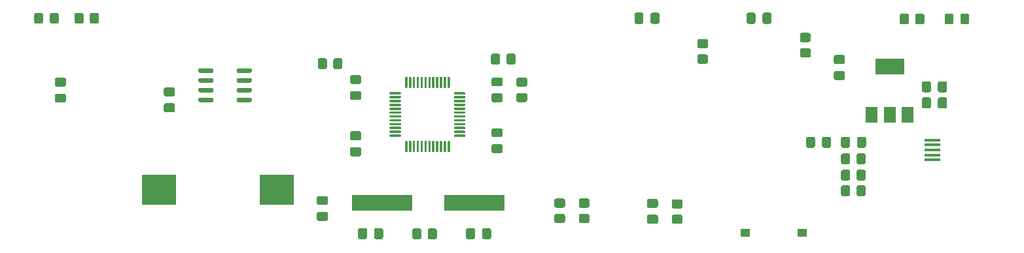
<source format=gtp>
%TF.GenerationSoftware,KiCad,Pcbnew,(5.1.9)-1*%
%TF.CreationDate,2020-12-28T18:37:18+08:00*%
%TF.ProjectId,kaika_clock_main,6b61696b-615f-4636-9c6f-636b5f6d6169,rev?*%
%TF.SameCoordinates,Original*%
%TF.FileFunction,Paste,Top*%
%TF.FilePolarity,Positive*%
%FSLAX46Y46*%
G04 Gerber Fmt 4.6, Leading zero omitted, Abs format (unit mm)*
G04 Created by KiCad (PCBNEW (5.1.9)-1) date 2020-12-28 18:37:18*
%MOMM*%
%LPD*%
G01*
G04 APERTURE LIST*
%ADD10R,1.999996X0.450012*%
%ADD11R,1.199998X0.999998*%
%ADD12R,4.499991X3.999992*%
%ADD13R,1.500000X2.000000*%
%ADD14R,3.800000X2.000000*%
%ADD15R,7.875000X2.000000*%
G04 APERTURE END LIST*
%TO.C,R13*%
G36*
G01*
X211800000Y-123349999D02*
X211800000Y-124250001D01*
G75*
G02*
X211550001Y-124500000I-249999J0D01*
G01*
X210849999Y-124500000D01*
G75*
G02*
X210600000Y-124250001I0J249999D01*
G01*
X210600000Y-123349999D01*
G75*
G02*
X210849999Y-123100000I249999J0D01*
G01*
X211550001Y-123100000D01*
G75*
G02*
X211800000Y-123349999I0J-249999D01*
G01*
G37*
G36*
G01*
X213800000Y-123349999D02*
X213800000Y-124250001D01*
G75*
G02*
X213550001Y-124500000I-249999J0D01*
G01*
X212849999Y-124500000D01*
G75*
G02*
X212600000Y-124250001I0J249999D01*
G01*
X212600000Y-123349999D01*
G75*
G02*
X212849999Y-123100000I249999J0D01*
G01*
X213550001Y-123100000D01*
G75*
G02*
X213800000Y-123349999I0J-249999D01*
G01*
G37*
%TD*%
%TO.C,C17*%
G36*
G01*
X143975000Y-125650000D02*
X143025000Y-125650000D01*
G75*
G02*
X142775000Y-125400000I0J250000D01*
G01*
X142775000Y-124725000D01*
G75*
G02*
X143025000Y-124475000I250000J0D01*
G01*
X143975000Y-124475000D01*
G75*
G02*
X144225000Y-124725000I0J-250000D01*
G01*
X144225000Y-125400000D01*
G75*
G02*
X143975000Y-125650000I-250000J0D01*
G01*
G37*
G36*
G01*
X143975000Y-127725000D02*
X143025000Y-127725000D01*
G75*
G02*
X142775000Y-127475000I0J250000D01*
G01*
X142775000Y-126800000D01*
G75*
G02*
X143025000Y-126550000I250000J0D01*
G01*
X143975000Y-126550000D01*
G75*
G02*
X144225000Y-126800000I0J-250000D01*
G01*
X144225000Y-127475000D01*
G75*
G02*
X143975000Y-127725000I-250000J0D01*
G01*
G37*
%TD*%
%TO.C,C16*%
G36*
G01*
X123225000Y-112450000D02*
X124175000Y-112450000D01*
G75*
G02*
X124425000Y-112700000I0J-250000D01*
G01*
X124425000Y-113375000D01*
G75*
G02*
X124175000Y-113625000I-250000J0D01*
G01*
X123225000Y-113625000D01*
G75*
G02*
X122975000Y-113375000I0J250000D01*
G01*
X122975000Y-112700000D01*
G75*
G02*
X123225000Y-112450000I250000J0D01*
G01*
G37*
G36*
G01*
X123225000Y-110375000D02*
X124175000Y-110375000D01*
G75*
G02*
X124425000Y-110625000I0J-250000D01*
G01*
X124425000Y-111300000D01*
G75*
G02*
X124175000Y-111550000I-250000J0D01*
G01*
X123225000Y-111550000D01*
G75*
G02*
X122975000Y-111300000I0J250000D01*
G01*
X122975000Y-110625000D01*
G75*
G02*
X123225000Y-110375000I250000J0D01*
G01*
G37*
%TD*%
D10*
%TO.C,P1*%
X222392586Y-119810386D03*
X222392586Y-119160400D03*
X222392586Y-118510414D03*
X222392586Y-117860428D03*
X222392586Y-117210442D03*
%TD*%
%TO.C,C1*%
G36*
G01*
X223150000Y-110775000D02*
X223150000Y-109825000D01*
G75*
G02*
X223400000Y-109575000I250000J0D01*
G01*
X224075000Y-109575000D01*
G75*
G02*
X224325000Y-109825000I0J-250000D01*
G01*
X224325000Y-110775000D01*
G75*
G02*
X224075000Y-111025000I-250000J0D01*
G01*
X223400000Y-111025000D01*
G75*
G02*
X223150000Y-110775000I0J250000D01*
G01*
G37*
G36*
G01*
X221075000Y-110775000D02*
X221075000Y-109825000D01*
G75*
G02*
X221325000Y-109575000I250000J0D01*
G01*
X222000000Y-109575000D01*
G75*
G02*
X222250000Y-109825000I0J-250000D01*
G01*
X222250000Y-110775000D01*
G75*
G02*
X222000000Y-111025000I-250000J0D01*
G01*
X221325000Y-111025000D01*
G75*
G02*
X221075000Y-110775000I0J250000D01*
G01*
G37*
%TD*%
%TO.C,D2*%
G36*
G01*
X108250000Y-101850001D02*
X108250000Y-100949999D01*
G75*
G02*
X108499999Y-100700000I249999J0D01*
G01*
X109150001Y-100700000D01*
G75*
G02*
X109400000Y-100949999I0J-249999D01*
G01*
X109400000Y-101850001D01*
G75*
G02*
X109150001Y-102100000I-249999J0D01*
G01*
X108499999Y-102100000D01*
G75*
G02*
X108250000Y-101850001I0J249999D01*
G01*
G37*
G36*
G01*
X106200000Y-101850001D02*
X106200000Y-100949999D01*
G75*
G02*
X106449999Y-100700000I249999J0D01*
G01*
X107100001Y-100700000D01*
G75*
G02*
X107350000Y-100949999I0J-249999D01*
G01*
X107350000Y-101850001D01*
G75*
G02*
X107100001Y-102100000I-249999J0D01*
G01*
X106449999Y-102100000D01*
G75*
G02*
X106200000Y-101850001I0J249999D01*
G01*
G37*
%TD*%
%TO.C,R15*%
G36*
G01*
X113400000Y-101850001D02*
X113400000Y-100949999D01*
G75*
G02*
X113649999Y-100700000I249999J0D01*
G01*
X114350001Y-100700000D01*
G75*
G02*
X114600000Y-100949999I0J-249999D01*
G01*
X114600000Y-101850001D01*
G75*
G02*
X114350001Y-102100000I-249999J0D01*
G01*
X113649999Y-102100000D01*
G75*
G02*
X113400000Y-101850001I0J249999D01*
G01*
G37*
G36*
G01*
X111400000Y-101850001D02*
X111400000Y-100949999D01*
G75*
G02*
X111649999Y-100700000I249999J0D01*
G01*
X112350001Y-100700000D01*
G75*
G02*
X112600000Y-100949999I0J-249999D01*
G01*
X112600000Y-101850001D01*
G75*
G02*
X112350001Y-102100000I-249999J0D01*
G01*
X111649999Y-102100000D01*
G75*
G02*
X111400000Y-101850001I0J249999D01*
G01*
G37*
%TD*%
%TO.C,R14*%
G36*
G01*
X211800000Y-121325683D02*
X211800000Y-122225685D01*
G75*
G02*
X211550001Y-122475684I-249999J0D01*
G01*
X210849999Y-122475684D01*
G75*
G02*
X210600000Y-122225685I0J249999D01*
G01*
X210600000Y-121325683D01*
G75*
G02*
X210849999Y-121075684I249999J0D01*
G01*
X211550001Y-121075684D01*
G75*
G02*
X211800000Y-121325683I0J-249999D01*
G01*
G37*
G36*
G01*
X213800000Y-121325683D02*
X213800000Y-122225685D01*
G75*
G02*
X213550001Y-122475684I-249999J0D01*
G01*
X212849999Y-122475684D01*
G75*
G02*
X212600000Y-122225685I0J249999D01*
G01*
X212600000Y-121325683D01*
G75*
G02*
X212849999Y-121075684I249999J0D01*
G01*
X213550001Y-121075684D01*
G75*
G02*
X213800000Y-121325683I0J-249999D01*
G01*
G37*
%TD*%
%TO.C,R12*%
G36*
G01*
X211800000Y-119201369D02*
X211800000Y-120101371D01*
G75*
G02*
X211550001Y-120351370I-249999J0D01*
G01*
X210849999Y-120351370D01*
G75*
G02*
X210600000Y-120101371I0J249999D01*
G01*
X210600000Y-119201369D01*
G75*
G02*
X210849999Y-118951370I249999J0D01*
G01*
X211550001Y-118951370D01*
G75*
G02*
X211800000Y-119201369I0J-249999D01*
G01*
G37*
G36*
G01*
X213800000Y-119201369D02*
X213800000Y-120101371D01*
G75*
G02*
X213550001Y-120351370I-249999J0D01*
G01*
X212849999Y-120351370D01*
G75*
G02*
X212600000Y-120101371I0J249999D01*
G01*
X212600000Y-119201369D01*
G75*
G02*
X212849999Y-118951370I249999J0D01*
G01*
X213550001Y-118951370D01*
G75*
G02*
X213800000Y-119201369I0J-249999D01*
G01*
G37*
%TD*%
%TO.C,R10*%
G36*
G01*
X205549999Y-105300000D02*
X206450001Y-105300000D01*
G75*
G02*
X206700000Y-105549999I0J-249999D01*
G01*
X206700000Y-106250001D01*
G75*
G02*
X206450001Y-106500000I-249999J0D01*
G01*
X205549999Y-106500000D01*
G75*
G02*
X205300000Y-106250001I0J249999D01*
G01*
X205300000Y-105549999D01*
G75*
G02*
X205549999Y-105300000I249999J0D01*
G01*
G37*
G36*
G01*
X205549999Y-103300000D02*
X206450001Y-103300000D01*
G75*
G02*
X206700000Y-103549999I0J-249999D01*
G01*
X206700000Y-104250001D01*
G75*
G02*
X206450001Y-104500000I-249999J0D01*
G01*
X205549999Y-104500000D01*
G75*
G02*
X205300000Y-104250001I0J249999D01*
G01*
X205300000Y-103549999D01*
G75*
G02*
X205549999Y-103300000I249999J0D01*
G01*
G37*
%TD*%
%TO.C,R11*%
G36*
G01*
X192249999Y-106100000D02*
X193150001Y-106100000D01*
G75*
G02*
X193400000Y-106349999I0J-249999D01*
G01*
X193400000Y-107050001D01*
G75*
G02*
X193150001Y-107300000I-249999J0D01*
G01*
X192249999Y-107300000D01*
G75*
G02*
X192000000Y-107050001I0J249999D01*
G01*
X192000000Y-106349999D01*
G75*
G02*
X192249999Y-106100000I249999J0D01*
G01*
G37*
G36*
G01*
X192249999Y-104100000D02*
X193150001Y-104100000D01*
G75*
G02*
X193400000Y-104349999I0J-249999D01*
G01*
X193400000Y-105050001D01*
G75*
G02*
X193150001Y-105300000I-249999J0D01*
G01*
X192249999Y-105300000D01*
G75*
G02*
X192000000Y-105050001I0J249999D01*
G01*
X192000000Y-104349999D01*
G75*
G02*
X192249999Y-104100000I249999J0D01*
G01*
G37*
%TD*%
%TO.C,C15*%
G36*
G01*
X185950000Y-101875000D02*
X185950000Y-100925000D01*
G75*
G02*
X186200000Y-100675000I250000J0D01*
G01*
X186875000Y-100675000D01*
G75*
G02*
X187125000Y-100925000I0J-250000D01*
G01*
X187125000Y-101875000D01*
G75*
G02*
X186875000Y-102125000I-250000J0D01*
G01*
X186200000Y-102125000D01*
G75*
G02*
X185950000Y-101875000I0J250000D01*
G01*
G37*
G36*
G01*
X183875000Y-101875000D02*
X183875000Y-100925000D01*
G75*
G02*
X184125000Y-100675000I250000J0D01*
G01*
X184800000Y-100675000D01*
G75*
G02*
X185050000Y-100925000I0J-250000D01*
G01*
X185050000Y-101875000D01*
G75*
G02*
X184800000Y-102125000I-250000J0D01*
G01*
X184125000Y-102125000D01*
G75*
G02*
X183875000Y-101875000I0J250000D01*
G01*
G37*
%TD*%
%TO.C,C14*%
G36*
G01*
X200450000Y-101875000D02*
X200450000Y-100925000D01*
G75*
G02*
X200700000Y-100675000I250000J0D01*
G01*
X201375000Y-100675000D01*
G75*
G02*
X201625000Y-100925000I0J-250000D01*
G01*
X201625000Y-101875000D01*
G75*
G02*
X201375000Y-102125000I-250000J0D01*
G01*
X200700000Y-102125000D01*
G75*
G02*
X200450000Y-101875000I0J250000D01*
G01*
G37*
G36*
G01*
X198375000Y-101875000D02*
X198375000Y-100925000D01*
G75*
G02*
X198625000Y-100675000I250000J0D01*
G01*
X199300000Y-100675000D01*
G75*
G02*
X199550000Y-100925000I0J-250000D01*
G01*
X199550000Y-101875000D01*
G75*
G02*
X199300000Y-102125000I-250000J0D01*
G01*
X198625000Y-102125000D01*
G75*
G02*
X198375000Y-101875000I0J250000D01*
G01*
G37*
%TD*%
%TO.C,R9*%
G36*
G01*
X166500000Y-106249999D02*
X166500000Y-107150001D01*
G75*
G02*
X166250001Y-107400000I-249999J0D01*
G01*
X165549999Y-107400000D01*
G75*
G02*
X165300000Y-107150001I0J249999D01*
G01*
X165300000Y-106249999D01*
G75*
G02*
X165549999Y-106000000I249999J0D01*
G01*
X166250001Y-106000000D01*
G75*
G02*
X166500000Y-106249999I0J-249999D01*
G01*
G37*
G36*
G01*
X168500000Y-106249999D02*
X168500000Y-107150001D01*
G75*
G02*
X168250001Y-107400000I-249999J0D01*
G01*
X167549999Y-107400000D01*
G75*
G02*
X167300000Y-107150001I0J249999D01*
G01*
X167300000Y-106249999D01*
G75*
G02*
X167549999Y-106000000I249999J0D01*
G01*
X168250001Y-106000000D01*
G75*
G02*
X168500000Y-106249999I0J-249999D01*
G01*
G37*
%TD*%
%TO.C,R8*%
G36*
G01*
X144100000Y-106849999D02*
X144100000Y-107750001D01*
G75*
G02*
X143850001Y-108000000I-249999J0D01*
G01*
X143149999Y-108000000D01*
G75*
G02*
X142900000Y-107750001I0J249999D01*
G01*
X142900000Y-106849999D01*
G75*
G02*
X143149999Y-106600000I249999J0D01*
G01*
X143850001Y-106600000D01*
G75*
G02*
X144100000Y-106849999I0J-249999D01*
G01*
G37*
G36*
G01*
X146100000Y-106849999D02*
X146100000Y-107750001D01*
G75*
G02*
X145850001Y-108000000I-249999J0D01*
G01*
X145149999Y-108000000D01*
G75*
G02*
X144900000Y-107750001I0J249999D01*
G01*
X144900000Y-106849999D01*
G75*
G02*
X145149999Y-106600000I249999J0D01*
G01*
X145850001Y-106600000D01*
G75*
G02*
X146100000Y-106849999I0J-249999D01*
G01*
G37*
%TD*%
%TO.C,R7*%
G36*
G01*
X168849999Y-111100000D02*
X169750001Y-111100000D01*
G75*
G02*
X170000000Y-111349999I0J-249999D01*
G01*
X170000000Y-112050001D01*
G75*
G02*
X169750001Y-112300000I-249999J0D01*
G01*
X168849999Y-112300000D01*
G75*
G02*
X168600000Y-112050001I0J249999D01*
G01*
X168600000Y-111349999D01*
G75*
G02*
X168849999Y-111100000I249999J0D01*
G01*
G37*
G36*
G01*
X168849999Y-109100000D02*
X169750001Y-109100000D01*
G75*
G02*
X170000000Y-109349999I0J-249999D01*
G01*
X170000000Y-110050001D01*
G75*
G02*
X169750001Y-110300000I-249999J0D01*
G01*
X168849999Y-110300000D01*
G75*
G02*
X168600000Y-110050001I0J249999D01*
G01*
X168600000Y-109349999D01*
G75*
G02*
X168849999Y-109100000I249999J0D01*
G01*
G37*
%TD*%
D11*
%TO.C,SW2*%
X205600018Y-129300000D03*
X198199982Y-129300000D03*
%TD*%
D12*
%TO.C,U5*%
X137620000Y-123700000D03*
X122380000Y-123700000D03*
%TD*%
%TO.C,C13*%
G36*
G01*
X209925000Y-108250000D02*
X210875000Y-108250000D01*
G75*
G02*
X211125000Y-108500000I0J-250000D01*
G01*
X211125000Y-109175000D01*
G75*
G02*
X210875000Y-109425000I-250000J0D01*
G01*
X209925000Y-109425000D01*
G75*
G02*
X209675000Y-109175000I0J250000D01*
G01*
X209675000Y-108500000D01*
G75*
G02*
X209925000Y-108250000I250000J0D01*
G01*
G37*
G36*
G01*
X209925000Y-106175000D02*
X210875000Y-106175000D01*
G75*
G02*
X211125000Y-106425000I0J-250000D01*
G01*
X211125000Y-107100000D01*
G75*
G02*
X210875000Y-107350000I-250000J0D01*
G01*
X209925000Y-107350000D01*
G75*
G02*
X209675000Y-107100000I0J250000D01*
G01*
X209675000Y-106425000D01*
G75*
G02*
X209925000Y-106175000I250000J0D01*
G01*
G37*
%TD*%
%TO.C,U2*%
G36*
G01*
X153600000Y-116800000D02*
X152275000Y-116800000D01*
G75*
G02*
X152200000Y-116725000I0J75000D01*
G01*
X152200000Y-116575000D01*
G75*
G02*
X152275000Y-116500000I75000J0D01*
G01*
X153600000Y-116500000D01*
G75*
G02*
X153675000Y-116575000I0J-75000D01*
G01*
X153675000Y-116725000D01*
G75*
G02*
X153600000Y-116800000I-75000J0D01*
G01*
G37*
G36*
G01*
X153600000Y-116300000D02*
X152275000Y-116300000D01*
G75*
G02*
X152200000Y-116225000I0J75000D01*
G01*
X152200000Y-116075000D01*
G75*
G02*
X152275000Y-116000000I75000J0D01*
G01*
X153600000Y-116000000D01*
G75*
G02*
X153675000Y-116075000I0J-75000D01*
G01*
X153675000Y-116225000D01*
G75*
G02*
X153600000Y-116300000I-75000J0D01*
G01*
G37*
G36*
G01*
X153600000Y-115800000D02*
X152275000Y-115800000D01*
G75*
G02*
X152200000Y-115725000I0J75000D01*
G01*
X152200000Y-115575000D01*
G75*
G02*
X152275000Y-115500000I75000J0D01*
G01*
X153600000Y-115500000D01*
G75*
G02*
X153675000Y-115575000I0J-75000D01*
G01*
X153675000Y-115725000D01*
G75*
G02*
X153600000Y-115800000I-75000J0D01*
G01*
G37*
G36*
G01*
X153600000Y-115300000D02*
X152275000Y-115300000D01*
G75*
G02*
X152200000Y-115225000I0J75000D01*
G01*
X152200000Y-115075000D01*
G75*
G02*
X152275000Y-115000000I75000J0D01*
G01*
X153600000Y-115000000D01*
G75*
G02*
X153675000Y-115075000I0J-75000D01*
G01*
X153675000Y-115225000D01*
G75*
G02*
X153600000Y-115300000I-75000J0D01*
G01*
G37*
G36*
G01*
X153600000Y-114800000D02*
X152275000Y-114800000D01*
G75*
G02*
X152200000Y-114725000I0J75000D01*
G01*
X152200000Y-114575000D01*
G75*
G02*
X152275000Y-114500000I75000J0D01*
G01*
X153600000Y-114500000D01*
G75*
G02*
X153675000Y-114575000I0J-75000D01*
G01*
X153675000Y-114725000D01*
G75*
G02*
X153600000Y-114800000I-75000J0D01*
G01*
G37*
G36*
G01*
X153600000Y-114300000D02*
X152275000Y-114300000D01*
G75*
G02*
X152200000Y-114225000I0J75000D01*
G01*
X152200000Y-114075000D01*
G75*
G02*
X152275000Y-114000000I75000J0D01*
G01*
X153600000Y-114000000D01*
G75*
G02*
X153675000Y-114075000I0J-75000D01*
G01*
X153675000Y-114225000D01*
G75*
G02*
X153600000Y-114300000I-75000J0D01*
G01*
G37*
G36*
G01*
X153600000Y-113800000D02*
X152275000Y-113800000D01*
G75*
G02*
X152200000Y-113725000I0J75000D01*
G01*
X152200000Y-113575000D01*
G75*
G02*
X152275000Y-113500000I75000J0D01*
G01*
X153600000Y-113500000D01*
G75*
G02*
X153675000Y-113575000I0J-75000D01*
G01*
X153675000Y-113725000D01*
G75*
G02*
X153600000Y-113800000I-75000J0D01*
G01*
G37*
G36*
G01*
X153600000Y-113300000D02*
X152275000Y-113300000D01*
G75*
G02*
X152200000Y-113225000I0J75000D01*
G01*
X152200000Y-113075000D01*
G75*
G02*
X152275000Y-113000000I75000J0D01*
G01*
X153600000Y-113000000D01*
G75*
G02*
X153675000Y-113075000I0J-75000D01*
G01*
X153675000Y-113225000D01*
G75*
G02*
X153600000Y-113300000I-75000J0D01*
G01*
G37*
G36*
G01*
X153600000Y-112800000D02*
X152275000Y-112800000D01*
G75*
G02*
X152200000Y-112725000I0J75000D01*
G01*
X152200000Y-112575000D01*
G75*
G02*
X152275000Y-112500000I75000J0D01*
G01*
X153600000Y-112500000D01*
G75*
G02*
X153675000Y-112575000I0J-75000D01*
G01*
X153675000Y-112725000D01*
G75*
G02*
X153600000Y-112800000I-75000J0D01*
G01*
G37*
G36*
G01*
X153600000Y-112300000D02*
X152275000Y-112300000D01*
G75*
G02*
X152200000Y-112225000I0J75000D01*
G01*
X152200000Y-112075000D01*
G75*
G02*
X152275000Y-112000000I75000J0D01*
G01*
X153600000Y-112000000D01*
G75*
G02*
X153675000Y-112075000I0J-75000D01*
G01*
X153675000Y-112225000D01*
G75*
G02*
X153600000Y-112300000I-75000J0D01*
G01*
G37*
G36*
G01*
X153600000Y-111800000D02*
X152275000Y-111800000D01*
G75*
G02*
X152200000Y-111725000I0J75000D01*
G01*
X152200000Y-111575000D01*
G75*
G02*
X152275000Y-111500000I75000J0D01*
G01*
X153600000Y-111500000D01*
G75*
G02*
X153675000Y-111575000I0J-75000D01*
G01*
X153675000Y-111725000D01*
G75*
G02*
X153600000Y-111800000I-75000J0D01*
G01*
G37*
G36*
G01*
X153600000Y-111300000D02*
X152275000Y-111300000D01*
G75*
G02*
X152200000Y-111225000I0J75000D01*
G01*
X152200000Y-111075000D01*
G75*
G02*
X152275000Y-111000000I75000J0D01*
G01*
X153600000Y-111000000D01*
G75*
G02*
X153675000Y-111075000I0J-75000D01*
G01*
X153675000Y-111225000D01*
G75*
G02*
X153600000Y-111300000I-75000J0D01*
G01*
G37*
G36*
G01*
X154425000Y-110475000D02*
X154275000Y-110475000D01*
G75*
G02*
X154200000Y-110400000I0J75000D01*
G01*
X154200000Y-109075000D01*
G75*
G02*
X154275000Y-109000000I75000J0D01*
G01*
X154425000Y-109000000D01*
G75*
G02*
X154500000Y-109075000I0J-75000D01*
G01*
X154500000Y-110400000D01*
G75*
G02*
X154425000Y-110475000I-75000J0D01*
G01*
G37*
G36*
G01*
X154925000Y-110475000D02*
X154775000Y-110475000D01*
G75*
G02*
X154700000Y-110400000I0J75000D01*
G01*
X154700000Y-109075000D01*
G75*
G02*
X154775000Y-109000000I75000J0D01*
G01*
X154925000Y-109000000D01*
G75*
G02*
X155000000Y-109075000I0J-75000D01*
G01*
X155000000Y-110400000D01*
G75*
G02*
X154925000Y-110475000I-75000J0D01*
G01*
G37*
G36*
G01*
X155425000Y-110475000D02*
X155275000Y-110475000D01*
G75*
G02*
X155200000Y-110400000I0J75000D01*
G01*
X155200000Y-109075000D01*
G75*
G02*
X155275000Y-109000000I75000J0D01*
G01*
X155425000Y-109000000D01*
G75*
G02*
X155500000Y-109075000I0J-75000D01*
G01*
X155500000Y-110400000D01*
G75*
G02*
X155425000Y-110475000I-75000J0D01*
G01*
G37*
G36*
G01*
X155925000Y-110475000D02*
X155775000Y-110475000D01*
G75*
G02*
X155700000Y-110400000I0J75000D01*
G01*
X155700000Y-109075000D01*
G75*
G02*
X155775000Y-109000000I75000J0D01*
G01*
X155925000Y-109000000D01*
G75*
G02*
X156000000Y-109075000I0J-75000D01*
G01*
X156000000Y-110400000D01*
G75*
G02*
X155925000Y-110475000I-75000J0D01*
G01*
G37*
G36*
G01*
X156425000Y-110475000D02*
X156275000Y-110475000D01*
G75*
G02*
X156200000Y-110400000I0J75000D01*
G01*
X156200000Y-109075000D01*
G75*
G02*
X156275000Y-109000000I75000J0D01*
G01*
X156425000Y-109000000D01*
G75*
G02*
X156500000Y-109075000I0J-75000D01*
G01*
X156500000Y-110400000D01*
G75*
G02*
X156425000Y-110475000I-75000J0D01*
G01*
G37*
G36*
G01*
X156925000Y-110475000D02*
X156775000Y-110475000D01*
G75*
G02*
X156700000Y-110400000I0J75000D01*
G01*
X156700000Y-109075000D01*
G75*
G02*
X156775000Y-109000000I75000J0D01*
G01*
X156925000Y-109000000D01*
G75*
G02*
X157000000Y-109075000I0J-75000D01*
G01*
X157000000Y-110400000D01*
G75*
G02*
X156925000Y-110475000I-75000J0D01*
G01*
G37*
G36*
G01*
X157425000Y-110475000D02*
X157275000Y-110475000D01*
G75*
G02*
X157200000Y-110400000I0J75000D01*
G01*
X157200000Y-109075000D01*
G75*
G02*
X157275000Y-109000000I75000J0D01*
G01*
X157425000Y-109000000D01*
G75*
G02*
X157500000Y-109075000I0J-75000D01*
G01*
X157500000Y-110400000D01*
G75*
G02*
X157425000Y-110475000I-75000J0D01*
G01*
G37*
G36*
G01*
X157925000Y-110475000D02*
X157775000Y-110475000D01*
G75*
G02*
X157700000Y-110400000I0J75000D01*
G01*
X157700000Y-109075000D01*
G75*
G02*
X157775000Y-109000000I75000J0D01*
G01*
X157925000Y-109000000D01*
G75*
G02*
X158000000Y-109075000I0J-75000D01*
G01*
X158000000Y-110400000D01*
G75*
G02*
X157925000Y-110475000I-75000J0D01*
G01*
G37*
G36*
G01*
X158425000Y-110475000D02*
X158275000Y-110475000D01*
G75*
G02*
X158200000Y-110400000I0J75000D01*
G01*
X158200000Y-109075000D01*
G75*
G02*
X158275000Y-109000000I75000J0D01*
G01*
X158425000Y-109000000D01*
G75*
G02*
X158500000Y-109075000I0J-75000D01*
G01*
X158500000Y-110400000D01*
G75*
G02*
X158425000Y-110475000I-75000J0D01*
G01*
G37*
G36*
G01*
X158925000Y-110475000D02*
X158775000Y-110475000D01*
G75*
G02*
X158700000Y-110400000I0J75000D01*
G01*
X158700000Y-109075000D01*
G75*
G02*
X158775000Y-109000000I75000J0D01*
G01*
X158925000Y-109000000D01*
G75*
G02*
X159000000Y-109075000I0J-75000D01*
G01*
X159000000Y-110400000D01*
G75*
G02*
X158925000Y-110475000I-75000J0D01*
G01*
G37*
G36*
G01*
X159425000Y-110475000D02*
X159275000Y-110475000D01*
G75*
G02*
X159200000Y-110400000I0J75000D01*
G01*
X159200000Y-109075000D01*
G75*
G02*
X159275000Y-109000000I75000J0D01*
G01*
X159425000Y-109000000D01*
G75*
G02*
X159500000Y-109075000I0J-75000D01*
G01*
X159500000Y-110400000D01*
G75*
G02*
X159425000Y-110475000I-75000J0D01*
G01*
G37*
G36*
G01*
X159925000Y-110475000D02*
X159775000Y-110475000D01*
G75*
G02*
X159700000Y-110400000I0J75000D01*
G01*
X159700000Y-109075000D01*
G75*
G02*
X159775000Y-109000000I75000J0D01*
G01*
X159925000Y-109000000D01*
G75*
G02*
X160000000Y-109075000I0J-75000D01*
G01*
X160000000Y-110400000D01*
G75*
G02*
X159925000Y-110475000I-75000J0D01*
G01*
G37*
G36*
G01*
X161925000Y-111300000D02*
X160600000Y-111300000D01*
G75*
G02*
X160525000Y-111225000I0J75000D01*
G01*
X160525000Y-111075000D01*
G75*
G02*
X160600000Y-111000000I75000J0D01*
G01*
X161925000Y-111000000D01*
G75*
G02*
X162000000Y-111075000I0J-75000D01*
G01*
X162000000Y-111225000D01*
G75*
G02*
X161925000Y-111300000I-75000J0D01*
G01*
G37*
G36*
G01*
X161925000Y-111800000D02*
X160600000Y-111800000D01*
G75*
G02*
X160525000Y-111725000I0J75000D01*
G01*
X160525000Y-111575000D01*
G75*
G02*
X160600000Y-111500000I75000J0D01*
G01*
X161925000Y-111500000D01*
G75*
G02*
X162000000Y-111575000I0J-75000D01*
G01*
X162000000Y-111725000D01*
G75*
G02*
X161925000Y-111800000I-75000J0D01*
G01*
G37*
G36*
G01*
X161925000Y-112300000D02*
X160600000Y-112300000D01*
G75*
G02*
X160525000Y-112225000I0J75000D01*
G01*
X160525000Y-112075000D01*
G75*
G02*
X160600000Y-112000000I75000J0D01*
G01*
X161925000Y-112000000D01*
G75*
G02*
X162000000Y-112075000I0J-75000D01*
G01*
X162000000Y-112225000D01*
G75*
G02*
X161925000Y-112300000I-75000J0D01*
G01*
G37*
G36*
G01*
X161925000Y-112800000D02*
X160600000Y-112800000D01*
G75*
G02*
X160525000Y-112725000I0J75000D01*
G01*
X160525000Y-112575000D01*
G75*
G02*
X160600000Y-112500000I75000J0D01*
G01*
X161925000Y-112500000D01*
G75*
G02*
X162000000Y-112575000I0J-75000D01*
G01*
X162000000Y-112725000D01*
G75*
G02*
X161925000Y-112800000I-75000J0D01*
G01*
G37*
G36*
G01*
X161925000Y-113300000D02*
X160600000Y-113300000D01*
G75*
G02*
X160525000Y-113225000I0J75000D01*
G01*
X160525000Y-113075000D01*
G75*
G02*
X160600000Y-113000000I75000J0D01*
G01*
X161925000Y-113000000D01*
G75*
G02*
X162000000Y-113075000I0J-75000D01*
G01*
X162000000Y-113225000D01*
G75*
G02*
X161925000Y-113300000I-75000J0D01*
G01*
G37*
G36*
G01*
X161925000Y-113800000D02*
X160600000Y-113800000D01*
G75*
G02*
X160525000Y-113725000I0J75000D01*
G01*
X160525000Y-113575000D01*
G75*
G02*
X160600000Y-113500000I75000J0D01*
G01*
X161925000Y-113500000D01*
G75*
G02*
X162000000Y-113575000I0J-75000D01*
G01*
X162000000Y-113725000D01*
G75*
G02*
X161925000Y-113800000I-75000J0D01*
G01*
G37*
G36*
G01*
X161925000Y-114300000D02*
X160600000Y-114300000D01*
G75*
G02*
X160525000Y-114225000I0J75000D01*
G01*
X160525000Y-114075000D01*
G75*
G02*
X160600000Y-114000000I75000J0D01*
G01*
X161925000Y-114000000D01*
G75*
G02*
X162000000Y-114075000I0J-75000D01*
G01*
X162000000Y-114225000D01*
G75*
G02*
X161925000Y-114300000I-75000J0D01*
G01*
G37*
G36*
G01*
X161925000Y-114800000D02*
X160600000Y-114800000D01*
G75*
G02*
X160525000Y-114725000I0J75000D01*
G01*
X160525000Y-114575000D01*
G75*
G02*
X160600000Y-114500000I75000J0D01*
G01*
X161925000Y-114500000D01*
G75*
G02*
X162000000Y-114575000I0J-75000D01*
G01*
X162000000Y-114725000D01*
G75*
G02*
X161925000Y-114800000I-75000J0D01*
G01*
G37*
G36*
G01*
X161925000Y-115300000D02*
X160600000Y-115300000D01*
G75*
G02*
X160525000Y-115225000I0J75000D01*
G01*
X160525000Y-115075000D01*
G75*
G02*
X160600000Y-115000000I75000J0D01*
G01*
X161925000Y-115000000D01*
G75*
G02*
X162000000Y-115075000I0J-75000D01*
G01*
X162000000Y-115225000D01*
G75*
G02*
X161925000Y-115300000I-75000J0D01*
G01*
G37*
G36*
G01*
X161925000Y-115800000D02*
X160600000Y-115800000D01*
G75*
G02*
X160525000Y-115725000I0J75000D01*
G01*
X160525000Y-115575000D01*
G75*
G02*
X160600000Y-115500000I75000J0D01*
G01*
X161925000Y-115500000D01*
G75*
G02*
X162000000Y-115575000I0J-75000D01*
G01*
X162000000Y-115725000D01*
G75*
G02*
X161925000Y-115800000I-75000J0D01*
G01*
G37*
G36*
G01*
X161925000Y-116300000D02*
X160600000Y-116300000D01*
G75*
G02*
X160525000Y-116225000I0J75000D01*
G01*
X160525000Y-116075000D01*
G75*
G02*
X160600000Y-116000000I75000J0D01*
G01*
X161925000Y-116000000D01*
G75*
G02*
X162000000Y-116075000I0J-75000D01*
G01*
X162000000Y-116225000D01*
G75*
G02*
X161925000Y-116300000I-75000J0D01*
G01*
G37*
G36*
G01*
X161925000Y-116800000D02*
X160600000Y-116800000D01*
G75*
G02*
X160525000Y-116725000I0J75000D01*
G01*
X160525000Y-116575000D01*
G75*
G02*
X160600000Y-116500000I75000J0D01*
G01*
X161925000Y-116500000D01*
G75*
G02*
X162000000Y-116575000I0J-75000D01*
G01*
X162000000Y-116725000D01*
G75*
G02*
X161925000Y-116800000I-75000J0D01*
G01*
G37*
G36*
G01*
X159925000Y-118800000D02*
X159775000Y-118800000D01*
G75*
G02*
X159700000Y-118725000I0J75000D01*
G01*
X159700000Y-117400000D01*
G75*
G02*
X159775000Y-117325000I75000J0D01*
G01*
X159925000Y-117325000D01*
G75*
G02*
X160000000Y-117400000I0J-75000D01*
G01*
X160000000Y-118725000D01*
G75*
G02*
X159925000Y-118800000I-75000J0D01*
G01*
G37*
G36*
G01*
X159425000Y-118800000D02*
X159275000Y-118800000D01*
G75*
G02*
X159200000Y-118725000I0J75000D01*
G01*
X159200000Y-117400000D01*
G75*
G02*
X159275000Y-117325000I75000J0D01*
G01*
X159425000Y-117325000D01*
G75*
G02*
X159500000Y-117400000I0J-75000D01*
G01*
X159500000Y-118725000D01*
G75*
G02*
X159425000Y-118800000I-75000J0D01*
G01*
G37*
G36*
G01*
X158925000Y-118800000D02*
X158775000Y-118800000D01*
G75*
G02*
X158700000Y-118725000I0J75000D01*
G01*
X158700000Y-117400000D01*
G75*
G02*
X158775000Y-117325000I75000J0D01*
G01*
X158925000Y-117325000D01*
G75*
G02*
X159000000Y-117400000I0J-75000D01*
G01*
X159000000Y-118725000D01*
G75*
G02*
X158925000Y-118800000I-75000J0D01*
G01*
G37*
G36*
G01*
X158425000Y-118800000D02*
X158275000Y-118800000D01*
G75*
G02*
X158200000Y-118725000I0J75000D01*
G01*
X158200000Y-117400000D01*
G75*
G02*
X158275000Y-117325000I75000J0D01*
G01*
X158425000Y-117325000D01*
G75*
G02*
X158500000Y-117400000I0J-75000D01*
G01*
X158500000Y-118725000D01*
G75*
G02*
X158425000Y-118800000I-75000J0D01*
G01*
G37*
G36*
G01*
X157925000Y-118800000D02*
X157775000Y-118800000D01*
G75*
G02*
X157700000Y-118725000I0J75000D01*
G01*
X157700000Y-117400000D01*
G75*
G02*
X157775000Y-117325000I75000J0D01*
G01*
X157925000Y-117325000D01*
G75*
G02*
X158000000Y-117400000I0J-75000D01*
G01*
X158000000Y-118725000D01*
G75*
G02*
X157925000Y-118800000I-75000J0D01*
G01*
G37*
G36*
G01*
X157425000Y-118800000D02*
X157275000Y-118800000D01*
G75*
G02*
X157200000Y-118725000I0J75000D01*
G01*
X157200000Y-117400000D01*
G75*
G02*
X157275000Y-117325000I75000J0D01*
G01*
X157425000Y-117325000D01*
G75*
G02*
X157500000Y-117400000I0J-75000D01*
G01*
X157500000Y-118725000D01*
G75*
G02*
X157425000Y-118800000I-75000J0D01*
G01*
G37*
G36*
G01*
X156925000Y-118800000D02*
X156775000Y-118800000D01*
G75*
G02*
X156700000Y-118725000I0J75000D01*
G01*
X156700000Y-117400000D01*
G75*
G02*
X156775000Y-117325000I75000J0D01*
G01*
X156925000Y-117325000D01*
G75*
G02*
X157000000Y-117400000I0J-75000D01*
G01*
X157000000Y-118725000D01*
G75*
G02*
X156925000Y-118800000I-75000J0D01*
G01*
G37*
G36*
G01*
X156425000Y-118800000D02*
X156275000Y-118800000D01*
G75*
G02*
X156200000Y-118725000I0J75000D01*
G01*
X156200000Y-117400000D01*
G75*
G02*
X156275000Y-117325000I75000J0D01*
G01*
X156425000Y-117325000D01*
G75*
G02*
X156500000Y-117400000I0J-75000D01*
G01*
X156500000Y-118725000D01*
G75*
G02*
X156425000Y-118800000I-75000J0D01*
G01*
G37*
G36*
G01*
X155925000Y-118800000D02*
X155775000Y-118800000D01*
G75*
G02*
X155700000Y-118725000I0J75000D01*
G01*
X155700000Y-117400000D01*
G75*
G02*
X155775000Y-117325000I75000J0D01*
G01*
X155925000Y-117325000D01*
G75*
G02*
X156000000Y-117400000I0J-75000D01*
G01*
X156000000Y-118725000D01*
G75*
G02*
X155925000Y-118800000I-75000J0D01*
G01*
G37*
G36*
G01*
X155425000Y-118800000D02*
X155275000Y-118800000D01*
G75*
G02*
X155200000Y-118725000I0J75000D01*
G01*
X155200000Y-117400000D01*
G75*
G02*
X155275000Y-117325000I75000J0D01*
G01*
X155425000Y-117325000D01*
G75*
G02*
X155500000Y-117400000I0J-75000D01*
G01*
X155500000Y-118725000D01*
G75*
G02*
X155425000Y-118800000I-75000J0D01*
G01*
G37*
G36*
G01*
X154925000Y-118800000D02*
X154775000Y-118800000D01*
G75*
G02*
X154700000Y-118725000I0J75000D01*
G01*
X154700000Y-117400000D01*
G75*
G02*
X154775000Y-117325000I75000J0D01*
G01*
X154925000Y-117325000D01*
G75*
G02*
X155000000Y-117400000I0J-75000D01*
G01*
X155000000Y-118725000D01*
G75*
G02*
X154925000Y-118800000I-75000J0D01*
G01*
G37*
G36*
G01*
X154425000Y-118800000D02*
X154275000Y-118800000D01*
G75*
G02*
X154200000Y-118725000I0J75000D01*
G01*
X154200000Y-117400000D01*
G75*
G02*
X154275000Y-117325000I75000J0D01*
G01*
X154425000Y-117325000D01*
G75*
G02*
X154500000Y-117400000I0J-75000D01*
G01*
X154500000Y-118725000D01*
G75*
G02*
X154425000Y-118800000I-75000J0D01*
G01*
G37*
%TD*%
D13*
%TO.C,U1*%
X214600000Y-113950000D03*
X219200000Y-113950000D03*
X216900000Y-113950000D03*
D14*
X216900000Y-107650000D03*
%TD*%
%TO.C,C9*%
G36*
G01*
X147325000Y-110850000D02*
X148275000Y-110850000D01*
G75*
G02*
X148525000Y-111100000I0J-250000D01*
G01*
X148525000Y-111775000D01*
G75*
G02*
X148275000Y-112025000I-250000J0D01*
G01*
X147325000Y-112025000D01*
G75*
G02*
X147075000Y-111775000I0J250000D01*
G01*
X147075000Y-111100000D01*
G75*
G02*
X147325000Y-110850000I250000J0D01*
G01*
G37*
G36*
G01*
X147325000Y-108775000D02*
X148275000Y-108775000D01*
G75*
G02*
X148525000Y-109025000I0J-250000D01*
G01*
X148525000Y-109700000D01*
G75*
G02*
X148275000Y-109950000I-250000J0D01*
G01*
X147325000Y-109950000D01*
G75*
G02*
X147075000Y-109700000I0J250000D01*
G01*
X147075000Y-109025000D01*
G75*
G02*
X147325000Y-108775000I250000J0D01*
G01*
G37*
%TD*%
%TO.C,C6*%
G36*
G01*
X213855000Y-117022056D02*
X213855000Y-117972056D01*
G75*
G02*
X213605000Y-118222056I-250000J0D01*
G01*
X212930000Y-118222056D01*
G75*
G02*
X212680000Y-117972056I0J250000D01*
G01*
X212680000Y-117022056D01*
G75*
G02*
X212930000Y-116772056I250000J0D01*
G01*
X213605000Y-116772056D01*
G75*
G02*
X213855000Y-117022056I0J-250000D01*
G01*
G37*
G36*
G01*
X211780000Y-117022056D02*
X211780000Y-117972056D01*
G75*
G02*
X211530000Y-118222056I-250000J0D01*
G01*
X210855000Y-118222056D01*
G75*
G02*
X210605000Y-117972056I0J250000D01*
G01*
X210605000Y-117022056D01*
G75*
G02*
X210855000Y-116772056I250000J0D01*
G01*
X211530000Y-116772056D01*
G75*
G02*
X211780000Y-117022056I0J-250000D01*
G01*
G37*
%TD*%
D15*
%TO.C,Y1*%
X151262500Y-125400000D03*
X163137500Y-125400000D03*
%TD*%
%TO.C,U3*%
G36*
G01*
X132400000Y-108345000D02*
X132400000Y-108045000D01*
G75*
G02*
X132550000Y-107895000I150000J0D01*
G01*
X134200000Y-107895000D01*
G75*
G02*
X134350000Y-108045000I0J-150000D01*
G01*
X134350000Y-108345000D01*
G75*
G02*
X134200000Y-108495000I-150000J0D01*
G01*
X132550000Y-108495000D01*
G75*
G02*
X132400000Y-108345000I0J150000D01*
G01*
G37*
G36*
G01*
X132400000Y-109615000D02*
X132400000Y-109315000D01*
G75*
G02*
X132550000Y-109165000I150000J0D01*
G01*
X134200000Y-109165000D01*
G75*
G02*
X134350000Y-109315000I0J-150000D01*
G01*
X134350000Y-109615000D01*
G75*
G02*
X134200000Y-109765000I-150000J0D01*
G01*
X132550000Y-109765000D01*
G75*
G02*
X132400000Y-109615000I0J150000D01*
G01*
G37*
G36*
G01*
X132400000Y-110885000D02*
X132400000Y-110585000D01*
G75*
G02*
X132550000Y-110435000I150000J0D01*
G01*
X134200000Y-110435000D01*
G75*
G02*
X134350000Y-110585000I0J-150000D01*
G01*
X134350000Y-110885000D01*
G75*
G02*
X134200000Y-111035000I-150000J0D01*
G01*
X132550000Y-111035000D01*
G75*
G02*
X132400000Y-110885000I0J150000D01*
G01*
G37*
G36*
G01*
X132400000Y-112155000D02*
X132400000Y-111855000D01*
G75*
G02*
X132550000Y-111705000I150000J0D01*
G01*
X134200000Y-111705000D01*
G75*
G02*
X134350000Y-111855000I0J-150000D01*
G01*
X134350000Y-112155000D01*
G75*
G02*
X134200000Y-112305000I-150000J0D01*
G01*
X132550000Y-112305000D01*
G75*
G02*
X132400000Y-112155000I0J150000D01*
G01*
G37*
G36*
G01*
X127450000Y-112155000D02*
X127450000Y-111855000D01*
G75*
G02*
X127600000Y-111705000I150000J0D01*
G01*
X129250000Y-111705000D01*
G75*
G02*
X129400000Y-111855000I0J-150000D01*
G01*
X129400000Y-112155000D01*
G75*
G02*
X129250000Y-112305000I-150000J0D01*
G01*
X127600000Y-112305000D01*
G75*
G02*
X127450000Y-112155000I0J150000D01*
G01*
G37*
G36*
G01*
X127450000Y-110885000D02*
X127450000Y-110585000D01*
G75*
G02*
X127600000Y-110435000I150000J0D01*
G01*
X129250000Y-110435000D01*
G75*
G02*
X129400000Y-110585000I0J-150000D01*
G01*
X129400000Y-110885000D01*
G75*
G02*
X129250000Y-111035000I-150000J0D01*
G01*
X127600000Y-111035000D01*
G75*
G02*
X127450000Y-110885000I0J150000D01*
G01*
G37*
G36*
G01*
X127450000Y-109615000D02*
X127450000Y-109315000D01*
G75*
G02*
X127600000Y-109165000I150000J0D01*
G01*
X129250000Y-109165000D01*
G75*
G02*
X129400000Y-109315000I0J-150000D01*
G01*
X129400000Y-109615000D01*
G75*
G02*
X129250000Y-109765000I-150000J0D01*
G01*
X127600000Y-109765000D01*
G75*
G02*
X127450000Y-109615000I0J150000D01*
G01*
G37*
G36*
G01*
X127450000Y-108345000D02*
X127450000Y-108045000D01*
G75*
G02*
X127600000Y-107895000I150000J0D01*
G01*
X129250000Y-107895000D01*
G75*
G02*
X129400000Y-108045000I0J-150000D01*
G01*
X129400000Y-108345000D01*
G75*
G02*
X129250000Y-108495000I-150000J0D01*
G01*
X127600000Y-108495000D01*
G75*
G02*
X127450000Y-108345000I0J150000D01*
G01*
G37*
%TD*%
%TO.C,R5*%
G36*
G01*
X177820001Y-126000000D02*
X176919999Y-126000000D01*
G75*
G02*
X176670000Y-125750001I0J249999D01*
G01*
X176670000Y-125049999D01*
G75*
G02*
X176919999Y-124800000I249999J0D01*
G01*
X177820001Y-124800000D01*
G75*
G02*
X178070000Y-125049999I0J-249999D01*
G01*
X178070000Y-125750001D01*
G75*
G02*
X177820001Y-126000000I-249999J0D01*
G01*
G37*
G36*
G01*
X177820001Y-128000000D02*
X176919999Y-128000000D01*
G75*
G02*
X176670000Y-127750001I0J249999D01*
G01*
X176670000Y-127049999D01*
G75*
G02*
X176919999Y-126800000I249999J0D01*
G01*
X177820001Y-126800000D01*
G75*
G02*
X178070000Y-127049999I0J-249999D01*
G01*
X178070000Y-127750001D01*
G75*
G02*
X177820001Y-128000000I-249999J0D01*
G01*
G37*
%TD*%
%TO.C,R4*%
G36*
G01*
X157120000Y-129850001D02*
X157120000Y-128949999D01*
G75*
G02*
X157369999Y-128700000I249999J0D01*
G01*
X158070001Y-128700000D01*
G75*
G02*
X158320000Y-128949999I0J-249999D01*
G01*
X158320000Y-129850001D01*
G75*
G02*
X158070001Y-130100000I-249999J0D01*
G01*
X157369999Y-130100000D01*
G75*
G02*
X157120000Y-129850001I0J249999D01*
G01*
G37*
G36*
G01*
X155120000Y-129850001D02*
X155120000Y-128949999D01*
G75*
G02*
X155369999Y-128700000I249999J0D01*
G01*
X156070001Y-128700000D01*
G75*
G02*
X156320000Y-128949999I0J-249999D01*
G01*
X156320000Y-129850001D01*
G75*
G02*
X156070001Y-130100000I-249999J0D01*
G01*
X155369999Y-130100000D01*
G75*
G02*
X155120000Y-129850001I0J249999D01*
G01*
G37*
%TD*%
%TO.C,R3*%
G36*
G01*
X174645001Y-126000000D02*
X173744999Y-126000000D01*
G75*
G02*
X173495000Y-125750001I0J249999D01*
G01*
X173495000Y-125049999D01*
G75*
G02*
X173744999Y-124800000I249999J0D01*
G01*
X174645001Y-124800000D01*
G75*
G02*
X174895000Y-125049999I0J-249999D01*
G01*
X174895000Y-125750001D01*
G75*
G02*
X174645001Y-126000000I-249999J0D01*
G01*
G37*
G36*
G01*
X174645001Y-128000000D02*
X173744999Y-128000000D01*
G75*
G02*
X173495000Y-127750001I0J249999D01*
G01*
X173495000Y-127049999D01*
G75*
G02*
X173744999Y-126800000I249999J0D01*
G01*
X174645001Y-126800000D01*
G75*
G02*
X174895000Y-127049999I0J-249999D01*
G01*
X174895000Y-127750001D01*
G75*
G02*
X174645001Y-128000000I-249999J0D01*
G01*
G37*
%TD*%
%TO.C,R2*%
G36*
G01*
X188949999Y-126900000D02*
X189850001Y-126900000D01*
G75*
G02*
X190100000Y-127149999I0J-249999D01*
G01*
X190100000Y-127850001D01*
G75*
G02*
X189850001Y-128100000I-249999J0D01*
G01*
X188949999Y-128100000D01*
G75*
G02*
X188700000Y-127850001I0J249999D01*
G01*
X188700000Y-127149999D01*
G75*
G02*
X188949999Y-126900000I249999J0D01*
G01*
G37*
G36*
G01*
X188949999Y-124900000D02*
X189850001Y-124900000D01*
G75*
G02*
X190100000Y-125149999I0J-249999D01*
G01*
X190100000Y-125850001D01*
G75*
G02*
X189850001Y-126100000I-249999J0D01*
G01*
X188949999Y-126100000D01*
G75*
G02*
X188700000Y-125850001I0J249999D01*
G01*
X188700000Y-125149999D01*
G75*
G02*
X188949999Y-124900000I249999J0D01*
G01*
G37*
%TD*%
%TO.C,R1*%
G36*
G01*
X219400000Y-101049999D02*
X219400000Y-101950001D01*
G75*
G02*
X219150001Y-102200000I-249999J0D01*
G01*
X218449999Y-102200000D01*
G75*
G02*
X218200000Y-101950001I0J249999D01*
G01*
X218200000Y-101049999D01*
G75*
G02*
X218449999Y-100800000I249999J0D01*
G01*
X219150001Y-100800000D01*
G75*
G02*
X219400000Y-101049999I0J-249999D01*
G01*
G37*
G36*
G01*
X221400000Y-101049999D02*
X221400000Y-101950001D01*
G75*
G02*
X221150001Y-102200000I-249999J0D01*
G01*
X220449999Y-102200000D01*
G75*
G02*
X220200000Y-101950001I0J249999D01*
G01*
X220200000Y-101049999D01*
G75*
G02*
X220449999Y-100800000I249999J0D01*
G01*
X221150001Y-100800000D01*
G75*
G02*
X221400000Y-101049999I0J-249999D01*
G01*
G37*
%TD*%
%TO.C,D1*%
G36*
G01*
X225150000Y-101049999D02*
X225150000Y-101950001D01*
G75*
G02*
X224900001Y-102200000I-249999J0D01*
G01*
X224249999Y-102200000D01*
G75*
G02*
X224000000Y-101950001I0J249999D01*
G01*
X224000000Y-101049999D01*
G75*
G02*
X224249999Y-100800000I249999J0D01*
G01*
X224900001Y-100800000D01*
G75*
G02*
X225150000Y-101049999I0J-249999D01*
G01*
G37*
G36*
G01*
X227200000Y-101049999D02*
X227200000Y-101950001D01*
G75*
G02*
X226950001Y-102200000I-249999J0D01*
G01*
X226299999Y-102200000D01*
G75*
G02*
X226050000Y-101950001I0J249999D01*
G01*
X226050000Y-101049999D01*
G75*
G02*
X226299999Y-100800000I249999J0D01*
G01*
X226950001Y-100800000D01*
G75*
G02*
X227200000Y-101049999I0J-249999D01*
G01*
G37*
%TD*%
%TO.C,C12*%
G36*
G01*
X163255000Y-128895000D02*
X163255000Y-129845000D01*
G75*
G02*
X163005000Y-130095000I-250000J0D01*
G01*
X162330000Y-130095000D01*
G75*
G02*
X162080000Y-129845000I0J250000D01*
G01*
X162080000Y-128895000D01*
G75*
G02*
X162330000Y-128645000I250000J0D01*
G01*
X163005000Y-128645000D01*
G75*
G02*
X163255000Y-128895000I0J-250000D01*
G01*
G37*
G36*
G01*
X165330000Y-128895000D02*
X165330000Y-129845000D01*
G75*
G02*
X165080000Y-130095000I-250000J0D01*
G01*
X164405000Y-130095000D01*
G75*
G02*
X164155000Y-129845000I0J250000D01*
G01*
X164155000Y-128895000D01*
G75*
G02*
X164405000Y-128645000I250000J0D01*
G01*
X165080000Y-128645000D01*
G75*
G02*
X165330000Y-128895000I0J-250000D01*
G01*
G37*
%TD*%
%TO.C,C11*%
G36*
G01*
X150185000Y-129845000D02*
X150185000Y-128895000D01*
G75*
G02*
X150435000Y-128645000I250000J0D01*
G01*
X151110000Y-128645000D01*
G75*
G02*
X151360000Y-128895000I0J-250000D01*
G01*
X151360000Y-129845000D01*
G75*
G02*
X151110000Y-130095000I-250000J0D01*
G01*
X150435000Y-130095000D01*
G75*
G02*
X150185000Y-129845000I0J250000D01*
G01*
G37*
G36*
G01*
X148110000Y-129845000D02*
X148110000Y-128895000D01*
G75*
G02*
X148360000Y-128645000I250000J0D01*
G01*
X149035000Y-128645000D01*
G75*
G02*
X149285000Y-128895000I0J-250000D01*
G01*
X149285000Y-129845000D01*
G75*
G02*
X149035000Y-130095000I-250000J0D01*
G01*
X148360000Y-130095000D01*
G75*
G02*
X148110000Y-129845000I0J250000D01*
G01*
G37*
%TD*%
%TO.C,C10*%
G36*
G01*
X185725000Y-126920000D02*
X186675000Y-126920000D01*
G75*
G02*
X186925000Y-127170000I0J-250000D01*
G01*
X186925000Y-127845000D01*
G75*
G02*
X186675000Y-128095000I-250000J0D01*
G01*
X185725000Y-128095000D01*
G75*
G02*
X185475000Y-127845000I0J250000D01*
G01*
X185475000Y-127170000D01*
G75*
G02*
X185725000Y-126920000I250000J0D01*
G01*
G37*
G36*
G01*
X185725000Y-124845000D02*
X186675000Y-124845000D01*
G75*
G02*
X186925000Y-125095000I0J-250000D01*
G01*
X186925000Y-125770000D01*
G75*
G02*
X186675000Y-126020000I-250000J0D01*
G01*
X185725000Y-126020000D01*
G75*
G02*
X185475000Y-125770000I0J250000D01*
G01*
X185475000Y-125095000D01*
G75*
G02*
X185725000Y-124845000I250000J0D01*
G01*
G37*
%TD*%
%TO.C,C8*%
G36*
G01*
X165625000Y-111150000D02*
X166575000Y-111150000D01*
G75*
G02*
X166825000Y-111400000I0J-250000D01*
G01*
X166825000Y-112075000D01*
G75*
G02*
X166575000Y-112325000I-250000J0D01*
G01*
X165625000Y-112325000D01*
G75*
G02*
X165375000Y-112075000I0J250000D01*
G01*
X165375000Y-111400000D01*
G75*
G02*
X165625000Y-111150000I250000J0D01*
G01*
G37*
G36*
G01*
X165625000Y-109075000D02*
X166575000Y-109075000D01*
G75*
G02*
X166825000Y-109325000I0J-250000D01*
G01*
X166825000Y-110000000D01*
G75*
G02*
X166575000Y-110250000I-250000J0D01*
G01*
X165625000Y-110250000D01*
G75*
G02*
X165375000Y-110000000I0J250000D01*
G01*
X165375000Y-109325000D01*
G75*
G02*
X165625000Y-109075000I250000J0D01*
G01*
G37*
%TD*%
%TO.C,C7*%
G36*
G01*
X208150000Y-117975000D02*
X208150000Y-117025000D01*
G75*
G02*
X208400000Y-116775000I250000J0D01*
G01*
X209075000Y-116775000D01*
G75*
G02*
X209325000Y-117025000I0J-250000D01*
G01*
X209325000Y-117975000D01*
G75*
G02*
X209075000Y-118225000I-250000J0D01*
G01*
X208400000Y-118225000D01*
G75*
G02*
X208150000Y-117975000I0J250000D01*
G01*
G37*
G36*
G01*
X206075000Y-117975000D02*
X206075000Y-117025000D01*
G75*
G02*
X206325000Y-116775000I250000J0D01*
G01*
X207000000Y-116775000D01*
G75*
G02*
X207250000Y-117025000I0J-250000D01*
G01*
X207250000Y-117975000D01*
G75*
G02*
X207000000Y-118225000I-250000J0D01*
G01*
X206325000Y-118225000D01*
G75*
G02*
X206075000Y-117975000I0J250000D01*
G01*
G37*
%TD*%
%TO.C,C5*%
G36*
G01*
X165625000Y-117750000D02*
X166575000Y-117750000D01*
G75*
G02*
X166825000Y-118000000I0J-250000D01*
G01*
X166825000Y-118675000D01*
G75*
G02*
X166575000Y-118925000I-250000J0D01*
G01*
X165625000Y-118925000D01*
G75*
G02*
X165375000Y-118675000I0J250000D01*
G01*
X165375000Y-118000000D01*
G75*
G02*
X165625000Y-117750000I250000J0D01*
G01*
G37*
G36*
G01*
X165625000Y-115675000D02*
X166575000Y-115675000D01*
G75*
G02*
X166825000Y-115925000I0J-250000D01*
G01*
X166825000Y-116600000D01*
G75*
G02*
X166575000Y-116850000I-250000J0D01*
G01*
X165625000Y-116850000D01*
G75*
G02*
X165375000Y-116600000I0J250000D01*
G01*
X165375000Y-115925000D01*
G75*
G02*
X165625000Y-115675000I250000J0D01*
G01*
G37*
%TD*%
%TO.C,C4*%
G36*
G01*
X148275000Y-117250000D02*
X147325000Y-117250000D01*
G75*
G02*
X147075000Y-117000000I0J250000D01*
G01*
X147075000Y-116325000D01*
G75*
G02*
X147325000Y-116075000I250000J0D01*
G01*
X148275000Y-116075000D01*
G75*
G02*
X148525000Y-116325000I0J-250000D01*
G01*
X148525000Y-117000000D01*
G75*
G02*
X148275000Y-117250000I-250000J0D01*
G01*
G37*
G36*
G01*
X148275000Y-119325000D02*
X147325000Y-119325000D01*
G75*
G02*
X147075000Y-119075000I0J250000D01*
G01*
X147075000Y-118400000D01*
G75*
G02*
X147325000Y-118150000I250000J0D01*
G01*
X148275000Y-118150000D01*
G75*
G02*
X148525000Y-118400000I0J-250000D01*
G01*
X148525000Y-119075000D01*
G75*
G02*
X148275000Y-119325000I-250000J0D01*
G01*
G37*
%TD*%
%TO.C,C3*%
G36*
G01*
X223150000Y-112875000D02*
X223150000Y-111925000D01*
G75*
G02*
X223400000Y-111675000I250000J0D01*
G01*
X224075000Y-111675000D01*
G75*
G02*
X224325000Y-111925000I0J-250000D01*
G01*
X224325000Y-112875000D01*
G75*
G02*
X224075000Y-113125000I-250000J0D01*
G01*
X223400000Y-113125000D01*
G75*
G02*
X223150000Y-112875000I0J250000D01*
G01*
G37*
G36*
G01*
X221075000Y-112875000D02*
X221075000Y-111925000D01*
G75*
G02*
X221325000Y-111675000I250000J0D01*
G01*
X222000000Y-111675000D01*
G75*
G02*
X222250000Y-111925000I0J-250000D01*
G01*
X222250000Y-112875000D01*
G75*
G02*
X222000000Y-113125000I-250000J0D01*
G01*
X221325000Y-113125000D01*
G75*
G02*
X221075000Y-112875000I0J250000D01*
G01*
G37*
%TD*%
%TO.C,C2*%
G36*
G01*
X110075000Y-110287500D02*
X109125000Y-110287500D01*
G75*
G02*
X108875000Y-110037500I0J250000D01*
G01*
X108875000Y-109362500D01*
G75*
G02*
X109125000Y-109112500I250000J0D01*
G01*
X110075000Y-109112500D01*
G75*
G02*
X110325000Y-109362500I0J-250000D01*
G01*
X110325000Y-110037500D01*
G75*
G02*
X110075000Y-110287500I-250000J0D01*
G01*
G37*
G36*
G01*
X110075000Y-112362500D02*
X109125000Y-112362500D01*
G75*
G02*
X108875000Y-112112500I0J250000D01*
G01*
X108875000Y-111437500D01*
G75*
G02*
X109125000Y-111187500I250000J0D01*
G01*
X110075000Y-111187500D01*
G75*
G02*
X110325000Y-111437500I0J-250000D01*
G01*
X110325000Y-112112500D01*
G75*
G02*
X110075000Y-112362500I-250000J0D01*
G01*
G37*
%TD*%
M02*

</source>
